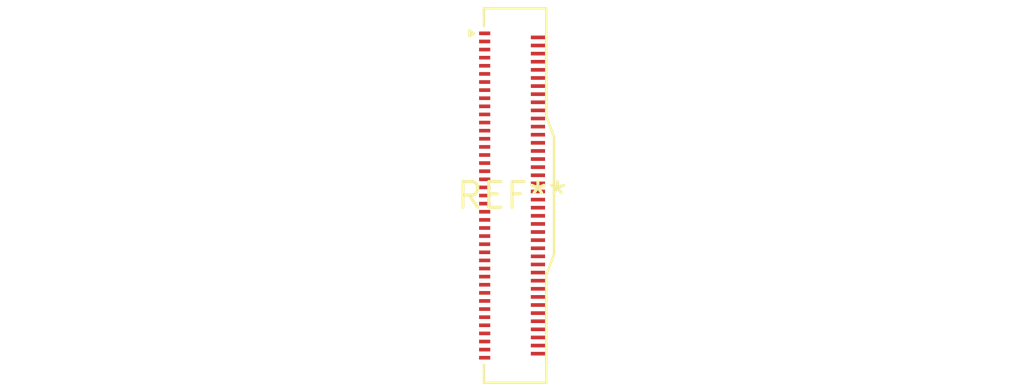
<source format=kicad_pcb>
(kicad_pcb (version 20240108) (generator pcbnew)
  (layers (0 "F.Cu" signal) (31 "B.Cu" signal) (34 "B.Paste" user) (35 "F.Paste" user) (36 "B.SilkS" user "B.Silkscreen") (37 "F.SilkS" user "F.Silkscreen") (38 "B.Mask" user) (39 "F.Mask" user) (44 "Edge.Cuts" user))
  (net 0 "")
  (footprint "JAE_FF0881SA1_2Rows-81Pins_P0.40mm_Horizontal" (layer "F.Cu") (at 0 0)
    (property "Reference" "REF**")
    (property "Value" "JAE_FF0881SA1_2Rows-81Pins_P0.40mm_Horizontal")
    (fp_line (start -2.097132 -8.15) (end -1.885 -8) (layer "F.SilkS") (stroke (width 0.12)))
    (fp_line (start -2.097132 -7.85) (end -2.097132 -8.15) (layer "F.SilkS") (stroke (width 0.12)))
    (fp_line (start -1.885 -8) (end -2.097132 -7.85) (layer "F.SilkS") (stroke (width 0.12)))
    (fp_line (start -1.385 -9.235) (end 1.685 -9.235) (layer "F.SilkS") (stroke (width 0.12)))
    (fp_line (start -1.385 -8.35) (end -1.385 -9.235) (layer "F.SilkS") (stroke (width 0.12)))
    (fp_line (start -1.385 8.35) (end -1.385 9.235) (layer "F.SilkS") (stroke (width 0.12)))
    (fp_line (start -1.385 9.235) (end 1.685 9.235) (layer "F.SilkS") (stroke (width 0.12)))
    (fp_line (start 1.685 -9.235) (end 1.685 -3.91) (layer "F.SilkS") (stroke (width 0.12)))
    (fp_line (start 1.685 -3.91) (end 2.065 -2.91) (layer "F.SilkS") (stroke (width 0.12)))
    (fp_line (start 1.685 3.91) (end 2.065 2.91) (layer "F.SilkS") (stroke (width 0.12)))
    (fp_line (start 1.685 9.235) (end 1.685 3.91) (layer "F.SilkS") (stroke (width 0.12)))
    (fp_line (start 2.065 -2.91) (end 2.065 0) (layer "F.SilkS") (stroke (width 0.12)))
    (fp_line (start 2.065 2.91) (end 2.065 0) (layer "F.SilkS") (stroke (width 0.12)))
    (pad "1" smd rect (at -1.35 -8) (size 0.55 0.18) (layers "F.Cu" "F.Paste" "F.Mask"))
    (pad "2" smd rect (at 1.275 -7.8) (size 0.7 0.18) (layers "F.Cu" "F.Paste" "F.Mask"))
    (pad "3" smd rect (at -1.35 -7.6) (size 0.55 0.18) (layers "F.Cu" "F.Paste" "F.Mask"))
    (pad "4" smd rect (at 1.275 -7.4) (size 0.7 0.18) (layers "F.Cu" "F.Paste" "F.Mask"))
    (pad "5" smd rect (at -1.35 -7.2) (size 0.55 0.18) (layers "F.Cu" "F.Paste" "F.Mask"))
    (pad "6" smd rect (at 1.275 -7) (size 0.7 0.18) (layers "F.Cu" "F.Paste" "F.Mask"))
    (pad "7" smd rect (at -1.35 -6.8) (size 0.55 0.18) (layers "F.Cu" "F.Paste" "F.Mask"))
    (pad "8" smd rect (at 1.275 -6.6) (size 0.7 0.18) (layers "F.Cu" "F.Paste" "F.Mask"))
    (pad "9" smd rect (at -1.35 -6.4) (size 0.55 0.18) (layers "F.Cu" "F.Paste" "F.Mask"))
    (pad "10" smd rect (at 1.275 -6.2) (size 0.7 0.18) (layers "F.Cu" "F.Paste" "F.Mask"))
    (pad "11" smd rect (at -1.35 -6) (size 0.55 0.18) (layers "F.Cu" "F.Paste" "F.Mask"))
    (pad "12" smd rect (at 1.275 -5.8) (size 0.7 0.18) (layers "F.Cu" "F.Paste" "F.Mask"))
    (pad "13" smd rect (at -1.35 -5.6) (size 0.55 0.18) (layers "F.Cu" "F.Paste" "F.Mask"))
    (pad "14" smd rect (at 1.275 -5.4) (size 0.7 0.18) (layers "F.Cu" "F.Paste" "F.Mask"))
    (pad "15" smd rect (at -1.35 -5.2) (size 0.55 0.18) (layers "F.Cu" "F.Paste" "F.Mask"))
    (pad "16" smd rect (at 1.275 -5) (size 0.7 0.18) (layers "F.Cu" "F.Paste" "F.Mask"))
    (pad "17" smd rect (at -1.35 -4.8) (size 0.55 0.18) (layers "F.Cu" "F.Paste" "F.Mask"))
    (pad "18" smd rect (at 1.275 -4.6) (size 0.7 0.18) (layers "F.Cu" "F.Paste" "F.Mask"))
    (pad "19" smd rect (at -1.35 -4.4) (size 0.55 0.18) (layers "F.Cu" "F.Paste" "F.Mask"))
    (pad "20" smd rect (at 1.275 -4.2) (size 0.7 0.18) (layers "F.Cu" "F.Paste" "F.Mask"))
    (pad "21" smd rect (at -1.35 -4) (size 0.55 0.18) (layers "F.Cu" "F.Paste" "F.Mask"))
    (pad "22" smd rect (at 1.275 -3.8) (size 0.7 0.18) (layers "F.Cu" "F.Paste" "F.Mask"))
    (pad "23" smd rect (at -1.35 -3.6) (size 0.55 0.18) (layers "F.Cu" "F.Paste" "F.Mask"))
    (pad "24" smd rect (at 1.275 -3.4) (size 0.7 0.18) (layers "F.Cu" "F.Paste" "F.Mask"))
    (pad "25" smd rect (at -1.35 -3.2) (size 0.55 0.18) (layers "F.Cu" "F.Paste" "F.Mask"))
    (pad "26" smd rect (at 1.275 -3) (size 0.7 0.18) (layers "F.Cu" "F.Paste" "F.Mask"))
    (pad "27" smd rect (at -1.35 -2.8) (size 0.55 0.18) (layers "F.Cu" "F.Paste" "F.Mask"))
    (pad "28" smd rect (at 1.275 -2.6) (size 0.7 0.18) (layers "F.Cu" "F.Paste" "F.Mask"))
    (pad "29" smd rect (at -1.35 -2.4) (size 0.55 0.18) (layers "F.Cu" "F.Paste" "F.Mask"))
    (pad "30" smd rect (at 1.275 -2.2) (size 0.7 0.18) (layers "F.Cu" "F.Paste" "F.Mask"))
    (pad "31" smd rect (at -1.35 -2) (size 0.55 0.18) (layers "F.Cu" "F.Paste" "F.Mask"))
    (pad "32" smd rect (at 1.275 -1.8) (size 0.7 0.18) (layers "F.Cu" "F.Paste" "F.Mask"))
    (pad "33" smd rect (at -1.35 -1.6) (size 0.55 0.18) (layers "F.Cu" "F.Paste" "F.Mask"))
    (pad "34" smd rect (at 1.275 -1.4) (size 0.7 0.18) (layers "F.Cu" "F.Paste" "F.Mask"))
    (pad "35" smd rect (at -1.35 -1.2) (size 0.55 0.18) (layers "F.Cu" "F.Paste" "F.Mask"))
    (pad "36" smd rect (at 1.275 -1) (size 0.7 0.18) (layers "F.Cu" "F.Paste" "F.Mask"))
    (pad "37" smd rect (at -1.35 -0.8) (size 0.55 0.18) (layers "F.Cu" "F.Paste" "F.Mask"))
    (pad "38" smd rect (at 1.275 -0.6) (size 0.7 0.18) (layers "F.Cu" "F.Paste" "F.Mask"))
    (pad "39" smd rect (at -1.35 -0.4) (size 0.55 0.18) (layers "F.Cu" "F.Paste" "F.Mask"))
    (pad "40" smd rect (at 1.275 -0.2) (size 0.7 0.18) (layers "F.Cu" "F.Paste" "F.Mask"))
    (pad "41" smd rect (at -1.35 0) (size 0.55 0.18) (layers "F.Cu" "F.Paste" "F.Mask"))
    (pad "42" smd rect (at 1.275 0.2) (size 0.7 0.18) (layers "F.Cu" "F.Paste" "F.Mask"))
    (pad "43" smd rect (at -1.35 0.4) (size 0.55 0.18) (layers "F.Cu" "F.Paste" "F.Mask"))
    (pad "44" smd rect (at 1.275 0.6) (size 0.7 0.18) (layers "F.Cu" "F.Paste" "F.Mask"))
    (pad "45" smd rect (at -1.35 0.8) (size 0.55 0.18) (layers "F.Cu" "F.Paste" "F.Mask"))
    (pad "46" smd rect (at 1.275 1) (size 0.7 0.18) (layers "F.Cu" "F.Paste" "F.Mask"))
    (pad "47" smd rect (at -1.35 1.2) (size 0.55 0.18) (layers "F.Cu" "F.Paste" "F.Mask"))
    (pad "48" smd rect (at 1.275 1.4) (size 0.7 0.18) (layers "F.Cu" "F.Paste" "F.Mask"))
    (pad "49" smd rect (at -1.35 1.6) (size 0.55 0.18) (layers "F.Cu" "F.Paste" "F.Mask"))
    (pad "50" smd rect (at 1.275 1.8) (size 0.7 0.18) (layers "F.Cu" "F.Paste" "F.Mask"))
    (pad "51" smd rect (at -1.35 2) (size 0.55 0.18) (layers "F.Cu" "F.Paste" "F.Mask"))
    (pad "52" smd rect (at 1.275 2.2) (size 0.7 0.18) (layers "F.Cu" "F.Paste" "F.Mask"))
    (pad "53" smd rect (at -1.35 2.4) (size 0.55 0.18) (layers "F.Cu" "F.Paste" "F.Mask"))
    (pad "54" smd rect (at 1.275 2.6) (size 0.7 0.18) (layers "F.Cu" "F.Paste" "F.Mask"))
    (pad "55" smd rect (at -1.35 2.8) (size 0.55 0.18) (layers "F.Cu" "F.Paste" "F.Mask"))
    (pad "56" smd rect (at 1.275 3) (size 0.7 0.18) (layers "F.Cu" "F.Paste" "F.Mask"))
    (pad "57" smd rect (at -1.35 3.2) (size 0.55 0.18) (layers "F.Cu" "F.Paste" "F.Mask"))
    (pad "58" smd rect (at 1.275 3.4) (size 0.7 0.18) (layers "F.Cu" "F.Paste" "F.Mask"))
    (pad "59" smd rect (at -1.35 3.6) (size 0.55 0.18) (layers "F.Cu" "F.Paste" "F.Mask"))
    (pad "60" smd rect (at 1.275 3.8) (size 0.7 0.18) (layers "F.Cu" "F.Paste" "F.Mask"))
    (pad "61" smd rect (at -1.35 4) (size 0.55 0.18) (layers "F.Cu" "F.Paste" "F.Mask"))
    (pad "62" smd rect (at 1.275 4.2) (size 0.7 0.18) (layers "F.Cu" "F.Paste" "F.Mask"))
    (pad "63" smd rect (at -1.35 4.4) (size 0.55 0.18) (layers "F.Cu" "F.Paste" "F.Mask"))
    (pad "64" smd rect (at 1.275 4.6) (size 0.7 0.18) (layers "F.Cu" "F.Paste" "F.Mask"))
    (pad "65" smd rect (at -1.35 4.8) (size 0.55 0.18) (layers "F.Cu" "F.Paste" "F.Mask"))
    (pad "66" smd rect (at 1.275 5) (size 0.7 0.18) (layers "F.Cu" "F.Paste" "F.Mask"))
    (pad "67" smd rect (at -1.35 5.2) (size 0.55 0.18) (layers "F.Cu" "F.Paste" "F.Mask"))
    (pad "68" smd rect (at 1.275 5.4) (size 0.7 0.18) (layers "F.Cu" "F.Paste" "F.Mask"))
    (pad "69" smd rect (at -1.35 5.6) (size 0.55 0.18) (layers "F.Cu" "F.Paste" "F.Mask"))
    (pad "70" smd rect (at 1.275 5.8) (size 0.7 0.18) (layers "F.Cu" "F.Paste" "F.Mask"))
    (pad "71" smd rect (at -1.35 6) (size 0.55 0.18) (layers "F.Cu" "F.Paste" "F.Mask"))
    (pad "72" smd rect (at 1.275 6.2) (size 0.7 0.18) (layers "F.Cu" "F.Paste" "F.Mask"))
    (pad "73" smd rect (at -1.35 6.4) (size 0.55 0.18) (layers "F.Cu" "F.Paste" "F.Mask"))
    (pad "74" smd rect (at 1.275 6.6) (size 0.7 0.18) (layers "F.Cu" "F.Paste" "F.Mask"))
    (pad "75" smd rect (at -1.35 6.8) (size 0.55 0.18) (layers "F.Cu" "F.Paste" "F.Mask"))
    (pad "76" smd rect (at 1.275 7) (size 0.7 0.18) (layers "F.Cu" "F.Paste" "F.Mask"))
    (pad "77" smd rect (at -1.35 7.2) (size 0.55 0.18) (layers "F.Cu" "F.Paste" "F.Mask"))
    (pad "78" smd rect (at 1.275 7.4) (size 0.7 0.18) (layers "F.Cu" "F.Paste" "F.Mask"))
    (pad "79" smd rect (at -1.35 7.6) (size 0.55 0.18) (layers "F.Cu" "F.Paste" "F.Mask"))
    (pad "80" smd rect (at 1.275 7.8) (size 0.7 0.18) (layers "F.Cu" "F.Paste" "F.Mask"))
    (pad "81" smd rect (at -1.35 8) (size 0.55 0.18) (layers "F.Cu" "F.Paste" "F.Mask"))
  )
)
</source>
